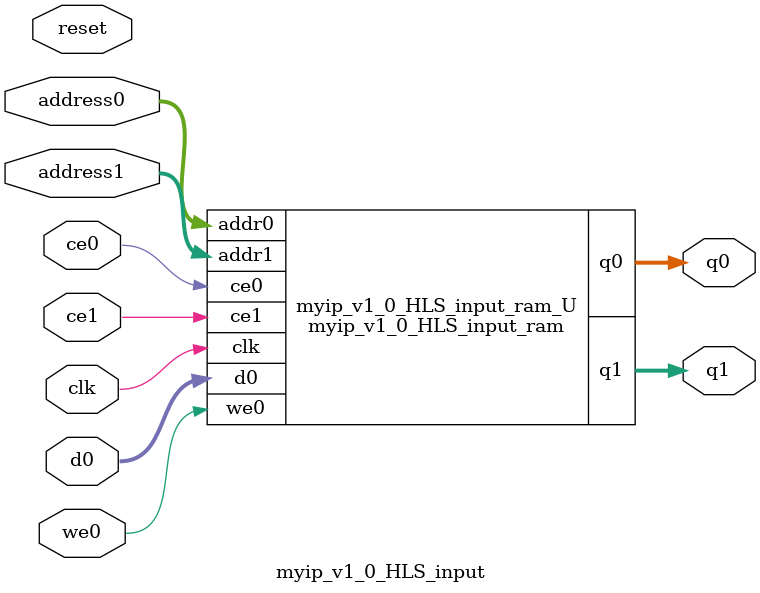
<source format=v>
`timescale 1 ns / 1 ps
module myip_v1_0_HLS_input_ram (addr0, ce0, d0, we0, q0, addr1, ce1, q1,  clk);

parameter DWIDTH = 32;
parameter AWIDTH = 6;
parameter MEM_SIZE = 42;

input[AWIDTH-1:0] addr0;
input ce0;
input[DWIDTH-1:0] d0;
input we0;
output reg[DWIDTH-1:0] q0;
input[AWIDTH-1:0] addr1;
input ce1;
output reg[DWIDTH-1:0] q1;
input clk;

(* ram_style = "block" *)reg [DWIDTH-1:0] ram[0:MEM_SIZE-1];




always @(posedge clk)  
begin 
    if (ce0) begin
        if (we0) 
            ram[addr0] <= d0; 
        q0 <= ram[addr0];
    end
end


always @(posedge clk)  
begin 
    if (ce1) begin
        q1 <= ram[addr1];
    end
end


endmodule

`timescale 1 ns / 1 ps
module myip_v1_0_HLS_input(
    reset,
    clk,
    address0,
    ce0,
    we0,
    d0,
    q0,
    address1,
    ce1,
    q1);

parameter DataWidth = 32'd32;
parameter AddressRange = 32'd42;
parameter AddressWidth = 32'd6;
input reset;
input clk;
input[AddressWidth - 1:0] address0;
input ce0;
input we0;
input[DataWidth - 1:0] d0;
output[DataWidth - 1:0] q0;
input[AddressWidth - 1:0] address1;
input ce1;
output[DataWidth - 1:0] q1;



myip_v1_0_HLS_input_ram myip_v1_0_HLS_input_ram_U(
    .clk( clk ),
    .addr0( address0 ),
    .ce0( ce0 ),
    .we0( we0 ),
    .d0( d0 ),
    .q0( q0 ),
    .addr1( address1 ),
    .ce1( ce1 ),
    .q1( q1 ));

endmodule


</source>
